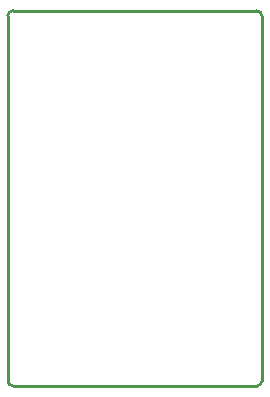
<source format=gko>
G04 Layer: BoardOutlineLayer*
G04 EasyEDA Pro v1.9.26, 2022-12-23 16:49:17*
G04 Gerber Generator version 0.3*
G04 Scale: 100 percent, Rotated: No, Reflected: No*
G04 Dimensions in millimeters*
G04 Leading zeros omitted, absolute positions, 3 integers and 3 decimals*
%FSLAX33Y33*%
%MOMM*%
%ADD10C,0.254*%
G75*


G04 Rect Start*
G54D10*
G01X1397Y324D02*
G01X1397Y-30603D01*
G03X1827Y-31033I430J0D01*
G01X22467D01*
G03X22897Y-30603I0J430D01*
G01Y324D01*
G03X22467Y754I-430J0D01*
G01X1827D01*
G03X1397Y324I0J-430D01*
G04 Rect End*

M02*

</source>
